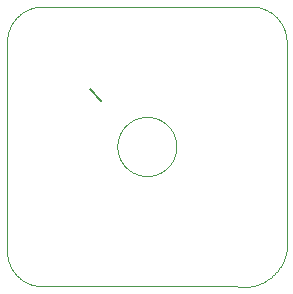
<source format=gbo>
G75*
%MOIN*%
%OFA0B0*%
%FSLAX25Y25*%
%IPPOS*%
%LPD*%
%AMOC8*
5,1,8,0,0,1.08239X$1,22.5*
%
%ADD10C,0.00000*%
%ADD11C,0.00500*%
D10*
X0031333Y0040561D02*
X0031333Y0110159D01*
X0031336Y0110444D01*
X0031347Y0110730D01*
X0031364Y0111015D01*
X0031388Y0111299D01*
X0031419Y0111583D01*
X0031457Y0111866D01*
X0031502Y0112147D01*
X0031553Y0112428D01*
X0031611Y0112708D01*
X0031676Y0112986D01*
X0031748Y0113262D01*
X0031826Y0113536D01*
X0031911Y0113809D01*
X0032003Y0114079D01*
X0032101Y0114347D01*
X0032205Y0114613D01*
X0032316Y0114876D01*
X0032433Y0115136D01*
X0032556Y0115394D01*
X0032686Y0115648D01*
X0032822Y0115899D01*
X0032963Y0116147D01*
X0033111Y0116391D01*
X0033264Y0116632D01*
X0033424Y0116868D01*
X0033589Y0117101D01*
X0033759Y0117330D01*
X0033935Y0117555D01*
X0034117Y0117775D01*
X0034303Y0117991D01*
X0034495Y0118202D01*
X0034692Y0118409D01*
X0034894Y0118611D01*
X0035101Y0118808D01*
X0035312Y0119000D01*
X0035528Y0119186D01*
X0035748Y0119368D01*
X0035973Y0119544D01*
X0036202Y0119714D01*
X0036435Y0119879D01*
X0036671Y0120039D01*
X0036912Y0120192D01*
X0037156Y0120340D01*
X0037404Y0120481D01*
X0037655Y0120617D01*
X0037909Y0120747D01*
X0038167Y0120870D01*
X0038427Y0120987D01*
X0038690Y0121098D01*
X0038956Y0121202D01*
X0039224Y0121300D01*
X0039494Y0121392D01*
X0039767Y0121477D01*
X0040041Y0121555D01*
X0040317Y0121627D01*
X0040595Y0121692D01*
X0040875Y0121750D01*
X0041156Y0121801D01*
X0041437Y0121846D01*
X0041720Y0121884D01*
X0042004Y0121915D01*
X0042288Y0121939D01*
X0042573Y0121956D01*
X0042859Y0121967D01*
X0043144Y0121970D01*
X0112743Y0121970D01*
X0113028Y0121967D01*
X0113314Y0121956D01*
X0113599Y0121939D01*
X0113883Y0121915D01*
X0114167Y0121884D01*
X0114450Y0121846D01*
X0114731Y0121801D01*
X0115012Y0121750D01*
X0115292Y0121692D01*
X0115570Y0121627D01*
X0115846Y0121555D01*
X0116120Y0121477D01*
X0116393Y0121392D01*
X0116663Y0121300D01*
X0116931Y0121202D01*
X0117197Y0121098D01*
X0117460Y0120987D01*
X0117720Y0120870D01*
X0117978Y0120747D01*
X0118232Y0120617D01*
X0118483Y0120481D01*
X0118731Y0120340D01*
X0118975Y0120192D01*
X0119216Y0120039D01*
X0119452Y0119879D01*
X0119685Y0119714D01*
X0119914Y0119544D01*
X0120139Y0119368D01*
X0120359Y0119186D01*
X0120575Y0119000D01*
X0120786Y0118808D01*
X0120993Y0118611D01*
X0121195Y0118409D01*
X0121392Y0118202D01*
X0121584Y0117991D01*
X0121770Y0117775D01*
X0121952Y0117555D01*
X0122128Y0117330D01*
X0122298Y0117101D01*
X0122463Y0116868D01*
X0122623Y0116632D01*
X0122776Y0116391D01*
X0122924Y0116147D01*
X0123065Y0115899D01*
X0123201Y0115648D01*
X0123331Y0115394D01*
X0123454Y0115136D01*
X0123571Y0114876D01*
X0123682Y0114613D01*
X0123786Y0114347D01*
X0123884Y0114079D01*
X0123976Y0113809D01*
X0124061Y0113536D01*
X0124139Y0113262D01*
X0124211Y0112986D01*
X0124276Y0112708D01*
X0124334Y0112428D01*
X0124385Y0112147D01*
X0124430Y0111866D01*
X0124468Y0111583D01*
X0124499Y0111299D01*
X0124523Y0111015D01*
X0124540Y0110730D01*
X0124551Y0110444D01*
X0124554Y0110159D01*
X0124554Y0040561D01*
X0124555Y0040561D02*
X0124489Y0040214D01*
X0124414Y0039870D01*
X0124332Y0039527D01*
X0124241Y0039186D01*
X0124142Y0038848D01*
X0124035Y0038512D01*
X0123919Y0038179D01*
X0123796Y0037848D01*
X0123665Y0037521D01*
X0123526Y0037197D01*
X0123379Y0036876D01*
X0123224Y0036559D01*
X0123062Y0036246D01*
X0122892Y0035937D01*
X0122715Y0035632D01*
X0122530Y0035332D01*
X0122339Y0035036D01*
X0122140Y0034745D01*
X0121934Y0034458D01*
X0121721Y0034177D01*
X0121502Y0033901D01*
X0121276Y0033630D01*
X0121044Y0033365D01*
X0120805Y0033106D01*
X0120560Y0032852D01*
X0120309Y0032604D01*
X0120052Y0032363D01*
X0119789Y0032128D01*
X0119521Y0031899D01*
X0119247Y0031677D01*
X0118968Y0031461D01*
X0118684Y0031252D01*
X0118395Y0031050D01*
X0118101Y0030856D01*
X0117802Y0030668D01*
X0117499Y0030488D01*
X0117192Y0030315D01*
X0116881Y0030149D01*
X0116565Y0029991D01*
X0116246Y0029841D01*
X0115924Y0029699D01*
X0115598Y0029564D01*
X0115269Y0029437D01*
X0114937Y0029318D01*
X0114602Y0029208D01*
X0114265Y0029105D01*
X0113925Y0029011D01*
X0113583Y0028924D01*
X0113239Y0028847D01*
X0112893Y0028777D01*
X0112546Y0028716D01*
X0112197Y0028663D01*
X0111848Y0028619D01*
X0111497Y0028583D01*
X0111145Y0028555D01*
X0110793Y0028537D01*
X0110441Y0028526D01*
X0110088Y0028524D01*
X0109735Y0028531D01*
X0109383Y0028546D01*
X0109031Y0028570D01*
X0108680Y0028602D01*
X0108330Y0028643D01*
X0107981Y0028692D01*
X0107633Y0028749D01*
X0107633Y0028750D02*
X0043144Y0028750D01*
X0042859Y0028753D01*
X0042573Y0028764D01*
X0042288Y0028781D01*
X0042004Y0028805D01*
X0041720Y0028836D01*
X0041437Y0028874D01*
X0041156Y0028919D01*
X0040875Y0028970D01*
X0040595Y0029028D01*
X0040317Y0029093D01*
X0040041Y0029165D01*
X0039767Y0029243D01*
X0039494Y0029328D01*
X0039224Y0029420D01*
X0038956Y0029518D01*
X0038690Y0029622D01*
X0038427Y0029733D01*
X0038167Y0029850D01*
X0037909Y0029973D01*
X0037655Y0030103D01*
X0037404Y0030239D01*
X0037156Y0030380D01*
X0036912Y0030528D01*
X0036671Y0030681D01*
X0036435Y0030841D01*
X0036202Y0031006D01*
X0035973Y0031176D01*
X0035748Y0031352D01*
X0035528Y0031534D01*
X0035312Y0031720D01*
X0035101Y0031912D01*
X0034894Y0032109D01*
X0034692Y0032311D01*
X0034495Y0032518D01*
X0034303Y0032729D01*
X0034117Y0032945D01*
X0033935Y0033165D01*
X0033759Y0033390D01*
X0033589Y0033619D01*
X0033424Y0033852D01*
X0033264Y0034088D01*
X0033111Y0034329D01*
X0032963Y0034573D01*
X0032822Y0034821D01*
X0032686Y0035072D01*
X0032556Y0035326D01*
X0032433Y0035584D01*
X0032316Y0035844D01*
X0032205Y0036107D01*
X0032101Y0036373D01*
X0032003Y0036641D01*
X0031911Y0036911D01*
X0031826Y0037184D01*
X0031748Y0037458D01*
X0031676Y0037734D01*
X0031611Y0038012D01*
X0031553Y0038292D01*
X0031502Y0038573D01*
X0031457Y0038854D01*
X0031419Y0039137D01*
X0031388Y0039421D01*
X0031364Y0039705D01*
X0031347Y0039990D01*
X0031336Y0040276D01*
X0031333Y0040561D01*
X0068100Y0075360D02*
X0068103Y0075602D01*
X0068112Y0075843D01*
X0068127Y0076084D01*
X0068147Y0076325D01*
X0068174Y0076565D01*
X0068207Y0076804D01*
X0068245Y0077043D01*
X0068289Y0077280D01*
X0068339Y0077517D01*
X0068395Y0077752D01*
X0068457Y0077985D01*
X0068524Y0078217D01*
X0068597Y0078448D01*
X0068675Y0078676D01*
X0068760Y0078902D01*
X0068849Y0079127D01*
X0068944Y0079349D01*
X0069045Y0079568D01*
X0069151Y0079786D01*
X0069262Y0080000D01*
X0069379Y0080212D01*
X0069500Y0080420D01*
X0069627Y0080626D01*
X0069759Y0080828D01*
X0069896Y0081028D01*
X0070037Y0081223D01*
X0070183Y0081416D01*
X0070334Y0081604D01*
X0070490Y0081789D01*
X0070650Y0081970D01*
X0070814Y0082147D01*
X0070983Y0082320D01*
X0071156Y0082489D01*
X0071333Y0082653D01*
X0071514Y0082813D01*
X0071699Y0082969D01*
X0071887Y0083120D01*
X0072080Y0083266D01*
X0072275Y0083407D01*
X0072475Y0083544D01*
X0072677Y0083676D01*
X0072883Y0083803D01*
X0073091Y0083924D01*
X0073303Y0084041D01*
X0073517Y0084152D01*
X0073735Y0084258D01*
X0073954Y0084359D01*
X0074176Y0084454D01*
X0074401Y0084543D01*
X0074627Y0084628D01*
X0074855Y0084706D01*
X0075086Y0084779D01*
X0075318Y0084846D01*
X0075551Y0084908D01*
X0075786Y0084964D01*
X0076023Y0085014D01*
X0076260Y0085058D01*
X0076499Y0085096D01*
X0076738Y0085129D01*
X0076978Y0085156D01*
X0077219Y0085176D01*
X0077460Y0085191D01*
X0077701Y0085200D01*
X0077943Y0085203D01*
X0078185Y0085200D01*
X0078426Y0085191D01*
X0078667Y0085176D01*
X0078908Y0085156D01*
X0079148Y0085129D01*
X0079387Y0085096D01*
X0079626Y0085058D01*
X0079863Y0085014D01*
X0080100Y0084964D01*
X0080335Y0084908D01*
X0080568Y0084846D01*
X0080800Y0084779D01*
X0081031Y0084706D01*
X0081259Y0084628D01*
X0081485Y0084543D01*
X0081710Y0084454D01*
X0081932Y0084359D01*
X0082151Y0084258D01*
X0082369Y0084152D01*
X0082583Y0084041D01*
X0082795Y0083924D01*
X0083003Y0083803D01*
X0083209Y0083676D01*
X0083411Y0083544D01*
X0083611Y0083407D01*
X0083806Y0083266D01*
X0083999Y0083120D01*
X0084187Y0082969D01*
X0084372Y0082813D01*
X0084553Y0082653D01*
X0084730Y0082489D01*
X0084903Y0082320D01*
X0085072Y0082147D01*
X0085236Y0081970D01*
X0085396Y0081789D01*
X0085552Y0081604D01*
X0085703Y0081416D01*
X0085849Y0081223D01*
X0085990Y0081028D01*
X0086127Y0080828D01*
X0086259Y0080626D01*
X0086386Y0080420D01*
X0086507Y0080212D01*
X0086624Y0080000D01*
X0086735Y0079786D01*
X0086841Y0079568D01*
X0086942Y0079349D01*
X0087037Y0079127D01*
X0087126Y0078902D01*
X0087211Y0078676D01*
X0087289Y0078448D01*
X0087362Y0078217D01*
X0087429Y0077985D01*
X0087491Y0077752D01*
X0087547Y0077517D01*
X0087597Y0077280D01*
X0087641Y0077043D01*
X0087679Y0076804D01*
X0087712Y0076565D01*
X0087739Y0076325D01*
X0087759Y0076084D01*
X0087774Y0075843D01*
X0087783Y0075602D01*
X0087786Y0075360D01*
X0087783Y0075118D01*
X0087774Y0074877D01*
X0087759Y0074636D01*
X0087739Y0074395D01*
X0087712Y0074155D01*
X0087679Y0073916D01*
X0087641Y0073677D01*
X0087597Y0073440D01*
X0087547Y0073203D01*
X0087491Y0072968D01*
X0087429Y0072735D01*
X0087362Y0072503D01*
X0087289Y0072272D01*
X0087211Y0072044D01*
X0087126Y0071818D01*
X0087037Y0071593D01*
X0086942Y0071371D01*
X0086841Y0071152D01*
X0086735Y0070934D01*
X0086624Y0070720D01*
X0086507Y0070508D01*
X0086386Y0070300D01*
X0086259Y0070094D01*
X0086127Y0069892D01*
X0085990Y0069692D01*
X0085849Y0069497D01*
X0085703Y0069304D01*
X0085552Y0069116D01*
X0085396Y0068931D01*
X0085236Y0068750D01*
X0085072Y0068573D01*
X0084903Y0068400D01*
X0084730Y0068231D01*
X0084553Y0068067D01*
X0084372Y0067907D01*
X0084187Y0067751D01*
X0083999Y0067600D01*
X0083806Y0067454D01*
X0083611Y0067313D01*
X0083411Y0067176D01*
X0083209Y0067044D01*
X0083003Y0066917D01*
X0082795Y0066796D01*
X0082583Y0066679D01*
X0082369Y0066568D01*
X0082151Y0066462D01*
X0081932Y0066361D01*
X0081710Y0066266D01*
X0081485Y0066177D01*
X0081259Y0066092D01*
X0081031Y0066014D01*
X0080800Y0065941D01*
X0080568Y0065874D01*
X0080335Y0065812D01*
X0080100Y0065756D01*
X0079863Y0065706D01*
X0079626Y0065662D01*
X0079387Y0065624D01*
X0079148Y0065591D01*
X0078908Y0065564D01*
X0078667Y0065544D01*
X0078426Y0065529D01*
X0078185Y0065520D01*
X0077943Y0065517D01*
X0077701Y0065520D01*
X0077460Y0065529D01*
X0077219Y0065544D01*
X0076978Y0065564D01*
X0076738Y0065591D01*
X0076499Y0065624D01*
X0076260Y0065662D01*
X0076023Y0065706D01*
X0075786Y0065756D01*
X0075551Y0065812D01*
X0075318Y0065874D01*
X0075086Y0065941D01*
X0074855Y0066014D01*
X0074627Y0066092D01*
X0074401Y0066177D01*
X0074176Y0066266D01*
X0073954Y0066361D01*
X0073735Y0066462D01*
X0073517Y0066568D01*
X0073303Y0066679D01*
X0073091Y0066796D01*
X0072883Y0066917D01*
X0072677Y0067044D01*
X0072475Y0067176D01*
X0072275Y0067313D01*
X0072080Y0067454D01*
X0071887Y0067600D01*
X0071699Y0067751D01*
X0071514Y0067907D01*
X0071333Y0068067D01*
X0071156Y0068231D01*
X0070983Y0068400D01*
X0070814Y0068573D01*
X0070650Y0068750D01*
X0070490Y0068931D01*
X0070334Y0069116D01*
X0070183Y0069304D01*
X0070037Y0069497D01*
X0069896Y0069692D01*
X0069759Y0069892D01*
X0069627Y0070094D01*
X0069500Y0070300D01*
X0069379Y0070508D01*
X0069262Y0070720D01*
X0069151Y0070934D01*
X0069045Y0071152D01*
X0068944Y0071371D01*
X0068849Y0071593D01*
X0068760Y0071818D01*
X0068675Y0072044D01*
X0068597Y0072272D01*
X0068524Y0072503D01*
X0068457Y0072735D01*
X0068395Y0072968D01*
X0068339Y0073203D01*
X0068289Y0073440D01*
X0068245Y0073677D01*
X0068207Y0073916D01*
X0068174Y0074155D01*
X0068147Y0074395D01*
X0068127Y0074636D01*
X0068112Y0074877D01*
X0068103Y0075118D01*
X0068100Y0075360D01*
D11*
X0062810Y0090679D02*
X0058912Y0094577D01*
M02*

</source>
